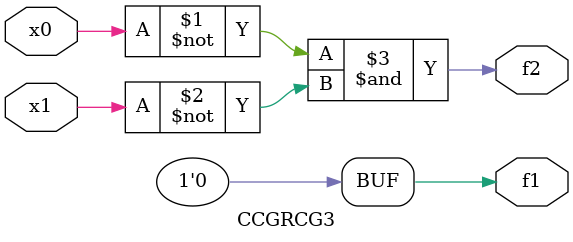
<source format=v>

module CCGRCG3 ( 
    x0, x1,
    f1, f2  );
  input  x0, x1;
  output f1, f2;
  assign f2 = ~x0 & ~x1;
  assign f1 = 1'b0;
endmodule



</source>
